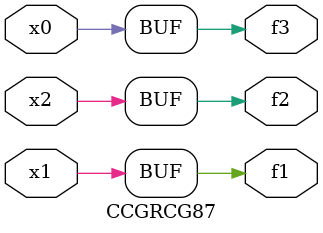
<source format=v>
module CCGRCG87(
	input x0, x1, x2,
	output f1, f2, f3
);
	assign f1 = x1;
	assign f2 = x2;
	assign f3 = x0;
endmodule

</source>
